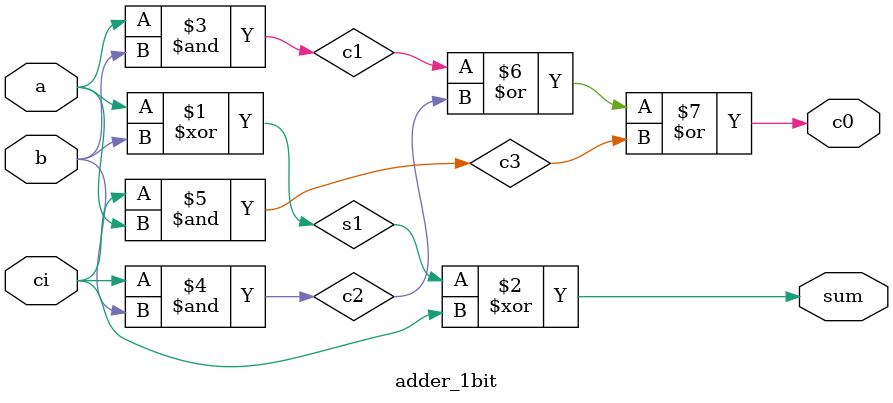
<source format=v>
`timescale 1ns / 1ps
module adder_1bit(a,b,ci,sum,c0);
	input a, b, ci;
	output sum,c0;
	xor
		(s1,a,b),
		(sum,s1,ci);
	and
		(c1,a,b),
		(c2,ci,b),
		(c3,ci,a);
	or 
		(c0,c1,c2,c3);
endmodule

</source>
